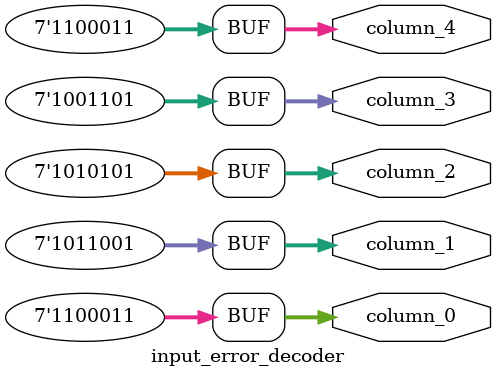
<source format=v>
module input_error_decoder (
    output [6:0] column_4,
    output [6:0] column_3,
    output [6:0] column_2,
    output [6:0] column_1,
    output [6:0] column_0
);

    assign column_4 = 7'b1100011;
    assign column_3 = 7'b1001101;
    assign column_2 = 7'b1010101;
    assign column_1 = 7'b1011001;
    assign column_0 = 7'b1100011;

endmodule
</source>
